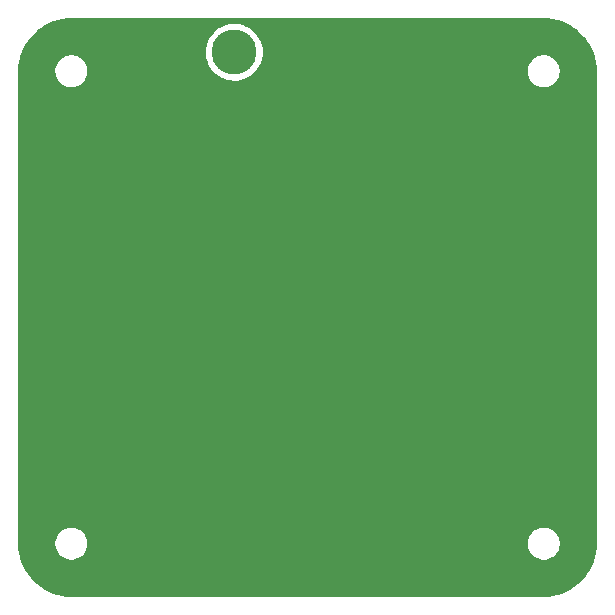
<source format=gbl>
G04 #@! TF.GenerationSoftware,KiCad,Pcbnew,8.0.1*
G04 #@! TF.CreationDate,2025-02-17T13:19:52+05:00*
G04 #@! TF.ProjectId,2s_power,32735f70-6f77-4657-922e-6b696361645f,rev?*
G04 #@! TF.SameCoordinates,Original*
G04 #@! TF.FileFunction,Copper,L2,Bot*
G04 #@! TF.FilePolarity,Positive*
%FSLAX46Y46*%
G04 Gerber Fmt 4.6, Leading zero omitted, Abs format (unit mm)*
G04 Created by KiCad (PCBNEW 8.0.1) date 2025-02-17 13:19:52*
%MOMM*%
%LPD*%
G01*
G04 APERTURE LIST*
G04 #@! TA.AperFunction,HeatsinkPad*
%ADD10C,0.500000*%
G04 #@! TD*
G04 #@! TA.AperFunction,HeatsinkPad*
%ADD11R,1.680000X1.680000*%
G04 #@! TD*
G04 #@! TA.AperFunction,ComponentPad*
%ADD12R,3.800000X3.800000*%
G04 #@! TD*
G04 #@! TA.AperFunction,ComponentPad*
%ADD13C,3.800000*%
G04 #@! TD*
G04 #@! TA.AperFunction,ViaPad*
%ADD14C,0.600000*%
G04 #@! TD*
G04 APERTURE END LIST*
D10*
X160785000Y-99027500D03*
X161965000Y-99027500D03*
D11*
X161375000Y-98437500D03*
D10*
X160785000Y-97847500D03*
X161965000Y-97847500D03*
D12*
X163800000Y-83400000D03*
D13*
X158800000Y-83400000D03*
D14*
X152120600Y-106781600D03*
X164475000Y-88425000D03*
X163225000Y-91425000D03*
X154660600Y-83921600D03*
X180901800Y-123048451D03*
X175600000Y-113850000D03*
X169900600Y-94081600D03*
X187680600Y-86461600D03*
X164820600Y-106781600D03*
X167950000Y-84425000D03*
X157200600Y-94081600D03*
X172440600Y-89001600D03*
X187680600Y-89001600D03*
X172440600Y-86461600D03*
X174175000Y-113850000D03*
X174980600Y-104241600D03*
X174980600Y-86461600D03*
X155001802Y-122292203D03*
X174980600Y-124561600D03*
X152120600Y-119481600D03*
X149580600Y-89001600D03*
X167360600Y-127101600D03*
X180851800Y-121848451D03*
X180060600Y-81381600D03*
X157825000Y-100575000D03*
X185140600Y-114401600D03*
X147040600Y-91541600D03*
X162280600Y-124561600D03*
X182600600Y-122021600D03*
X141960600Y-83921600D03*
X169900600Y-81381600D03*
X141960600Y-116941600D03*
X144500600Y-91541600D03*
X177520600Y-86461600D03*
X174980600Y-91541600D03*
X172950000Y-113850000D03*
X166400000Y-96700000D03*
X158675000Y-99750000D03*
X169900600Y-86461600D03*
X187680600Y-119481600D03*
X172440600Y-81381600D03*
X158650000Y-100600000D03*
X167360600Y-104241600D03*
X187680600Y-99161600D03*
X149580600Y-91541600D03*
X155350000Y-90200000D03*
X167360600Y-124561600D03*
X164775000Y-97450000D03*
X159740600Y-127101600D03*
X167225000Y-85675000D03*
X157875000Y-98875000D03*
X182600600Y-94081600D03*
X187680600Y-122021600D03*
X152120600Y-104241600D03*
X185140600Y-119481600D03*
X144500600Y-127101600D03*
X174980600Y-127101600D03*
X169900600Y-91541600D03*
X177520600Y-83921600D03*
X167625000Y-82275000D03*
X164820600Y-104241600D03*
X182600600Y-127101600D03*
X180060600Y-96621600D03*
X162280600Y-111861600D03*
X164425000Y-86900000D03*
X172440600Y-99161600D03*
X180060600Y-94081600D03*
X154226800Y-123679700D03*
X141960600Y-94081600D03*
X144500600Y-111861600D03*
X182600600Y-124561600D03*
X180060600Y-89001600D03*
X185140600Y-89001600D03*
X152120600Y-99161600D03*
X185140600Y-122021600D03*
X169900600Y-96621600D03*
X157200600Y-106781600D03*
X147040600Y-86461600D03*
X187680600Y-124561600D03*
X185140600Y-111861600D03*
X167113000Y-117098601D03*
X159740600Y-124561600D03*
X152120600Y-111861600D03*
X147040600Y-83921600D03*
X174980600Y-83921600D03*
X174980600Y-119481600D03*
X144500600Y-119481600D03*
X174980600Y-94081600D03*
X187680600Y-91541600D03*
X180060600Y-99161600D03*
X164820600Y-91541600D03*
X162280600Y-86461600D03*
X174980600Y-101701600D03*
X147040600Y-127101600D03*
X174851802Y-122317201D03*
X180060600Y-91541600D03*
X172440600Y-104241600D03*
X157200600Y-127101600D03*
X164900000Y-98475000D03*
X152120600Y-94081600D03*
X180060600Y-127101600D03*
X174980600Y-89001600D03*
X167360600Y-91541600D03*
X185140600Y-116941600D03*
X147040600Y-96621600D03*
X149580600Y-94081600D03*
X172440600Y-83921600D03*
X166650000Y-81000000D03*
X152120600Y-91541600D03*
X172440600Y-96621600D03*
X147040600Y-81381600D03*
X162280600Y-127101600D03*
X153501804Y-122292203D03*
X147040600Y-94081600D03*
X164820600Y-111861600D03*
X154660600Y-94081600D03*
X158700000Y-98900000D03*
X154660600Y-114401600D03*
X141960600Y-96621600D03*
X152120600Y-101701600D03*
X174980600Y-96621600D03*
X172440600Y-94081600D03*
X164820600Y-127101600D03*
X141960600Y-122021600D03*
X141960600Y-91541600D03*
X169900600Y-127101600D03*
X174980600Y-81381600D03*
X182600600Y-119481600D03*
X141960600Y-99161600D03*
X185140600Y-99161600D03*
X182600600Y-89001600D03*
X185140600Y-127101600D03*
X182600600Y-91541600D03*
X141960600Y-111861600D03*
X185140600Y-81381600D03*
X167360600Y-94081600D03*
X177520600Y-91541600D03*
X152120600Y-109321600D03*
X167360600Y-111861600D03*
X177520600Y-81381600D03*
X147040600Y-124561600D03*
X159740600Y-111861600D03*
X169900600Y-89001600D03*
X172440600Y-101701600D03*
X185140600Y-94081600D03*
X154660600Y-96621600D03*
X157200600Y-124561600D03*
X169900600Y-83921600D03*
X187680600Y-96621600D03*
X173351802Y-122317200D03*
X171286001Y-124357001D03*
X141960600Y-124561600D03*
X187680600Y-114401600D03*
X157850000Y-99775000D03*
X147040600Y-99161600D03*
X144500600Y-116941600D03*
X172440600Y-127101600D03*
X141960600Y-114401600D03*
X149580600Y-99161600D03*
X144500600Y-94081600D03*
X144500600Y-99161600D03*
X172440600Y-91541600D03*
X187680600Y-111861600D03*
X180060600Y-83921600D03*
X157200600Y-111861600D03*
X177520600Y-127101600D03*
X157200600Y-109321600D03*
X153226801Y-123779700D03*
X177520600Y-96621600D03*
X152120600Y-114401600D03*
X182600600Y-96621600D03*
X165817600Y-116895401D03*
X144500600Y-122021600D03*
X164820600Y-124561600D03*
X152120600Y-96621600D03*
X180060600Y-86461600D03*
X165675000Y-96675000D03*
X144500600Y-89001600D03*
X152120600Y-81381600D03*
X163250000Y-92200000D03*
X144500600Y-96621600D03*
X187680600Y-116941600D03*
X152120600Y-89001600D03*
X141960600Y-119481600D03*
X182600600Y-99161600D03*
X180060600Y-119481600D03*
X185140600Y-91541600D03*
X185140600Y-96621600D03*
X166475000Y-86575000D03*
X182600600Y-83921600D03*
X164250000Y-96550000D03*
X147040600Y-89001600D03*
X187680600Y-83921600D03*
X141960600Y-89001600D03*
X149580600Y-96621600D03*
X182600600Y-86461600D03*
X147040600Y-122021600D03*
X163875000Y-93550000D03*
X169786001Y-124357000D03*
X157200600Y-104241600D03*
X147040600Y-119481600D03*
X164550000Y-89900000D03*
X177520600Y-89001600D03*
X164820600Y-109321600D03*
X144500600Y-114401600D03*
X177520600Y-94081600D03*
X157200600Y-96621600D03*
X150925000Y-83125000D03*
X150125000Y-86475000D03*
X144500600Y-81381600D03*
X141960600Y-86461600D03*
X187680600Y-94081600D03*
X182600600Y-81381600D03*
G04 #@! TA.AperFunction,Conductor*
G36*
X185002702Y-80500617D02*
G01*
X185386771Y-80517386D01*
X185397506Y-80518326D01*
X185775971Y-80568152D01*
X185786597Y-80570025D01*
X186159284Y-80652648D01*
X186169710Y-80655442D01*
X186533765Y-80770227D01*
X186543911Y-80773920D01*
X186896578Y-80920000D01*
X186906369Y-80924566D01*
X187244942Y-81100816D01*
X187254310Y-81106224D01*
X187576244Y-81311318D01*
X187585105Y-81317523D01*
X187887930Y-81549889D01*
X187896217Y-81556843D01*
X188177635Y-81814715D01*
X188185284Y-81822364D01*
X188443156Y-82103782D01*
X188450110Y-82112069D01*
X188682476Y-82414894D01*
X188688681Y-82423755D01*
X188893775Y-82745689D01*
X188899183Y-82755057D01*
X189075430Y-83093623D01*
X189080002Y-83103427D01*
X189226075Y-83456078D01*
X189229775Y-83466244D01*
X189344554Y-83830278D01*
X189347354Y-83840727D01*
X189429971Y-84213389D01*
X189431849Y-84224042D01*
X189481671Y-84602473D01*
X189482614Y-84613249D01*
X189499382Y-84997297D01*
X189499500Y-85002706D01*
X189499500Y-124997293D01*
X189499382Y-125002702D01*
X189482614Y-125386750D01*
X189481671Y-125397526D01*
X189431849Y-125775957D01*
X189429971Y-125786610D01*
X189347354Y-126159272D01*
X189344554Y-126169721D01*
X189229775Y-126533755D01*
X189226075Y-126543921D01*
X189080002Y-126896572D01*
X189075430Y-126906376D01*
X188899183Y-127244942D01*
X188893775Y-127254310D01*
X188688681Y-127576244D01*
X188682476Y-127585105D01*
X188450110Y-127887930D01*
X188443156Y-127896217D01*
X188185284Y-128177635D01*
X188177635Y-128185284D01*
X187896217Y-128443156D01*
X187887930Y-128450110D01*
X187585105Y-128682476D01*
X187576244Y-128688681D01*
X187254310Y-128893775D01*
X187244942Y-128899183D01*
X186906376Y-129075430D01*
X186896572Y-129080002D01*
X186543921Y-129226075D01*
X186533755Y-129229775D01*
X186169721Y-129344554D01*
X186159272Y-129347354D01*
X185786610Y-129429971D01*
X185775957Y-129431849D01*
X185397526Y-129481671D01*
X185386750Y-129482614D01*
X185002703Y-129499382D01*
X184997294Y-129499500D01*
X145002706Y-129499500D01*
X144997297Y-129499382D01*
X144613249Y-129482614D01*
X144602473Y-129481671D01*
X144224042Y-129431849D01*
X144213389Y-129429971D01*
X143840727Y-129347354D01*
X143830278Y-129344554D01*
X143466244Y-129229775D01*
X143456078Y-129226075D01*
X143103427Y-129080002D01*
X143093623Y-129075430D01*
X142755057Y-128899183D01*
X142745689Y-128893775D01*
X142423755Y-128688681D01*
X142414894Y-128682476D01*
X142112069Y-128450110D01*
X142103782Y-128443156D01*
X141822364Y-128185284D01*
X141814715Y-128177635D01*
X141556843Y-127896217D01*
X141549889Y-127887930D01*
X141317523Y-127585105D01*
X141311318Y-127576244D01*
X141106224Y-127254310D01*
X141100816Y-127244942D01*
X140924569Y-126906376D01*
X140919997Y-126896572D01*
X140773924Y-126543921D01*
X140770224Y-126533755D01*
X140655442Y-126169710D01*
X140652648Y-126159284D01*
X140570025Y-125786597D01*
X140568152Y-125775971D01*
X140518326Y-125397506D01*
X140517386Y-125386771D01*
X140505140Y-125106287D01*
X143649500Y-125106287D01*
X143682754Y-125316243D01*
X143705663Y-125386750D01*
X143748444Y-125518414D01*
X143844951Y-125707820D01*
X143969890Y-125879786D01*
X144120213Y-126030109D01*
X144292179Y-126155048D01*
X144292181Y-126155049D01*
X144292184Y-126155051D01*
X144481588Y-126251557D01*
X144683757Y-126317246D01*
X144893713Y-126350500D01*
X144893714Y-126350500D01*
X145106286Y-126350500D01*
X145106287Y-126350500D01*
X145316243Y-126317246D01*
X145518412Y-126251557D01*
X145707816Y-126155051D01*
X145742637Y-126129752D01*
X145879786Y-126030109D01*
X145879788Y-126030106D01*
X145879792Y-126030104D01*
X146030104Y-125879792D01*
X146030106Y-125879788D01*
X146030109Y-125879786D01*
X146155048Y-125707820D01*
X146155047Y-125707820D01*
X146155051Y-125707816D01*
X146251557Y-125518412D01*
X146317246Y-125316243D01*
X146350500Y-125106287D01*
X183649500Y-125106287D01*
X183682754Y-125316243D01*
X183705663Y-125386750D01*
X183748444Y-125518414D01*
X183844951Y-125707820D01*
X183969890Y-125879786D01*
X184120213Y-126030109D01*
X184292179Y-126155048D01*
X184292181Y-126155049D01*
X184292184Y-126155051D01*
X184481588Y-126251557D01*
X184683757Y-126317246D01*
X184893713Y-126350500D01*
X184893714Y-126350500D01*
X185106286Y-126350500D01*
X185106287Y-126350500D01*
X185316243Y-126317246D01*
X185518412Y-126251557D01*
X185707816Y-126155051D01*
X185742637Y-126129752D01*
X185879786Y-126030109D01*
X185879788Y-126030106D01*
X185879792Y-126030104D01*
X186030104Y-125879792D01*
X186030106Y-125879788D01*
X186030109Y-125879786D01*
X186155048Y-125707820D01*
X186155047Y-125707820D01*
X186155051Y-125707816D01*
X186251557Y-125518412D01*
X186317246Y-125316243D01*
X186350500Y-125106287D01*
X186350500Y-124893713D01*
X186317246Y-124683757D01*
X186251557Y-124481588D01*
X186155051Y-124292184D01*
X186155049Y-124292181D01*
X186155048Y-124292179D01*
X186030109Y-124120213D01*
X185879786Y-123969890D01*
X185707820Y-123844951D01*
X185518414Y-123748444D01*
X185518413Y-123748443D01*
X185518412Y-123748443D01*
X185316243Y-123682754D01*
X185316241Y-123682753D01*
X185316240Y-123682753D01*
X185154957Y-123657208D01*
X185106287Y-123649500D01*
X184893713Y-123649500D01*
X184845042Y-123657208D01*
X184683760Y-123682753D01*
X184481585Y-123748444D01*
X184292179Y-123844951D01*
X184120213Y-123969890D01*
X183969890Y-124120213D01*
X183844951Y-124292179D01*
X183748444Y-124481585D01*
X183682753Y-124683760D01*
X183649500Y-124893713D01*
X183649500Y-125106287D01*
X146350500Y-125106287D01*
X146350500Y-124893713D01*
X146317246Y-124683757D01*
X146251557Y-124481588D01*
X146155051Y-124292184D01*
X146155049Y-124292181D01*
X146155048Y-124292179D01*
X146030109Y-124120213D01*
X145879786Y-123969890D01*
X145707820Y-123844951D01*
X145518414Y-123748444D01*
X145518413Y-123748443D01*
X145518412Y-123748443D01*
X145316243Y-123682754D01*
X145316241Y-123682753D01*
X145316240Y-123682753D01*
X145154957Y-123657208D01*
X145106287Y-123649500D01*
X144893713Y-123649500D01*
X144845042Y-123657208D01*
X144683760Y-123682753D01*
X144481585Y-123748444D01*
X144292179Y-123844951D01*
X144120213Y-123969890D01*
X143969890Y-124120213D01*
X143844951Y-124292179D01*
X143748444Y-124481585D01*
X143682753Y-124683760D01*
X143649500Y-124893713D01*
X143649500Y-125106287D01*
X140505140Y-125106287D01*
X140500618Y-125002702D01*
X140500500Y-124997293D01*
X140500500Y-85106286D01*
X143649500Y-85106286D01*
X143672781Y-85253280D01*
X143682754Y-85316243D01*
X143719981Y-85430816D01*
X143748444Y-85518414D01*
X143844951Y-85707820D01*
X143969890Y-85879786D01*
X144120213Y-86030109D01*
X144292179Y-86155048D01*
X144292181Y-86155049D01*
X144292184Y-86155051D01*
X144481588Y-86251557D01*
X144683757Y-86317246D01*
X144893713Y-86350500D01*
X144893714Y-86350500D01*
X145106286Y-86350500D01*
X145106287Y-86350500D01*
X145316243Y-86317246D01*
X145518412Y-86251557D01*
X145707816Y-86155051D01*
X145729789Y-86139086D01*
X145879786Y-86030109D01*
X145879788Y-86030106D01*
X145879792Y-86030104D01*
X146030104Y-85879792D01*
X146030106Y-85879788D01*
X146030109Y-85879786D01*
X146155048Y-85707820D01*
X146155047Y-85707820D01*
X146155051Y-85707816D01*
X146251557Y-85518412D01*
X146317246Y-85316243D01*
X146350500Y-85106287D01*
X146350500Y-84893713D01*
X146317246Y-84683757D01*
X146251557Y-84481588D01*
X146155051Y-84292184D01*
X146155049Y-84292181D01*
X146155048Y-84292179D01*
X146030109Y-84120213D01*
X145879786Y-83969890D01*
X145707820Y-83844951D01*
X145518414Y-83748444D01*
X145518413Y-83748443D01*
X145518412Y-83748443D01*
X145316243Y-83682754D01*
X145316241Y-83682753D01*
X145316240Y-83682753D01*
X145154957Y-83657208D01*
X145106287Y-83649500D01*
X144893713Y-83649500D01*
X144845042Y-83657208D01*
X144683760Y-83682753D01*
X144481585Y-83748444D01*
X144292179Y-83844951D01*
X144120213Y-83969890D01*
X143969890Y-84120213D01*
X143844951Y-84292179D01*
X143748444Y-84481585D01*
X143682753Y-84683760D01*
X143649500Y-84893713D01*
X143649500Y-85106286D01*
X140500500Y-85106286D01*
X140500500Y-85002706D01*
X140500618Y-84997297D01*
X140503377Y-84934108D01*
X140517386Y-84613226D01*
X140518326Y-84602495D01*
X140568152Y-84224025D01*
X140570025Y-84213405D01*
X140652649Y-83840709D01*
X140655440Y-83830295D01*
X140770230Y-83466227D01*
X140773917Y-83456095D01*
X140797150Y-83400005D01*
X156394754Y-83400005D01*
X156413718Y-83701446D01*
X156413719Y-83701453D01*
X156441093Y-83844951D01*
X156464927Y-83969896D01*
X156470320Y-83998164D01*
X156563659Y-84285431D01*
X156563661Y-84285436D01*
X156692265Y-84558732D01*
X156692268Y-84558738D01*
X156854111Y-84813763D01*
X156854114Y-84813767D01*
X156854115Y-84813768D01*
X157005943Y-84997297D01*
X157046652Y-85046505D01*
X157266836Y-85253272D01*
X157266846Y-85253280D01*
X157511193Y-85430808D01*
X157511198Y-85430810D01*
X157511205Y-85430816D01*
X157775896Y-85576332D01*
X157775901Y-85576334D01*
X157775903Y-85576335D01*
X157775904Y-85576336D01*
X158056734Y-85687524D01*
X158056737Y-85687525D01*
X158154259Y-85712564D01*
X158349302Y-85762642D01*
X158496039Y-85781179D01*
X158648963Y-85800499D01*
X158648969Y-85800499D01*
X158648973Y-85800500D01*
X158648975Y-85800500D01*
X158951025Y-85800500D01*
X158951027Y-85800500D01*
X158951032Y-85800499D01*
X158951036Y-85800499D01*
X159030591Y-85790448D01*
X159250698Y-85762642D01*
X159543262Y-85687525D01*
X159543265Y-85687524D01*
X159824095Y-85576336D01*
X159824096Y-85576335D01*
X159824094Y-85576335D01*
X159824104Y-85576332D01*
X160088795Y-85430816D01*
X160333162Y-85253274D01*
X160489688Y-85106286D01*
X183649500Y-85106286D01*
X183672781Y-85253280D01*
X183682754Y-85316243D01*
X183719981Y-85430816D01*
X183748444Y-85518414D01*
X183844951Y-85707820D01*
X183969890Y-85879786D01*
X184120213Y-86030109D01*
X184292179Y-86155048D01*
X184292181Y-86155049D01*
X184292184Y-86155051D01*
X184481588Y-86251557D01*
X184683757Y-86317246D01*
X184893713Y-86350500D01*
X184893714Y-86350500D01*
X185106286Y-86350500D01*
X185106287Y-86350500D01*
X185316243Y-86317246D01*
X185518412Y-86251557D01*
X185707816Y-86155051D01*
X185729789Y-86139086D01*
X185879786Y-86030109D01*
X185879788Y-86030106D01*
X185879792Y-86030104D01*
X186030104Y-85879792D01*
X186030106Y-85879788D01*
X186030109Y-85879786D01*
X186155048Y-85707820D01*
X186155047Y-85707820D01*
X186155051Y-85707816D01*
X186251557Y-85518412D01*
X186317246Y-85316243D01*
X186350500Y-85106287D01*
X186350500Y-84893713D01*
X186317246Y-84683757D01*
X186251557Y-84481588D01*
X186155051Y-84292184D01*
X186155049Y-84292181D01*
X186155048Y-84292179D01*
X186030109Y-84120213D01*
X185879786Y-83969890D01*
X185707820Y-83844951D01*
X185518414Y-83748444D01*
X185518413Y-83748443D01*
X185518412Y-83748443D01*
X185316243Y-83682754D01*
X185316241Y-83682753D01*
X185316240Y-83682753D01*
X185154957Y-83657208D01*
X185106287Y-83649500D01*
X184893713Y-83649500D01*
X184845042Y-83657208D01*
X184683760Y-83682753D01*
X184481585Y-83748444D01*
X184292179Y-83844951D01*
X184120213Y-83969890D01*
X183969890Y-84120213D01*
X183844951Y-84292179D01*
X183748444Y-84481585D01*
X183682753Y-84683760D01*
X183649500Y-84893713D01*
X183649500Y-85106286D01*
X160489688Y-85106286D01*
X160553349Y-85046504D01*
X160745885Y-84813768D01*
X160907733Y-84558736D01*
X161036341Y-84285430D01*
X161129681Y-83998160D01*
X161186280Y-83701457D01*
X161189549Y-83649500D01*
X161205246Y-83400005D01*
X161205246Y-83399994D01*
X161186281Y-83098553D01*
X161186280Y-83098546D01*
X161186280Y-83098543D01*
X161129681Y-82801840D01*
X161036341Y-82514570D01*
X160907733Y-82241264D01*
X160870103Y-82181969D01*
X160745888Y-81986236D01*
X160745885Y-81986232D01*
X160553349Y-81753496D01*
X160333162Y-81546726D01*
X160333159Y-81546724D01*
X160333153Y-81546719D01*
X160088806Y-81369191D01*
X160088799Y-81369186D01*
X160088795Y-81369184D01*
X159824104Y-81223668D01*
X159824101Y-81223666D01*
X159824096Y-81223664D01*
X159824095Y-81223663D01*
X159543265Y-81112475D01*
X159543262Y-81112474D01*
X159250695Y-81037357D01*
X158951036Y-80999500D01*
X158951027Y-80999500D01*
X158648973Y-80999500D01*
X158648963Y-80999500D01*
X158349304Y-81037357D01*
X158056737Y-81112474D01*
X158056734Y-81112475D01*
X157775904Y-81223663D01*
X157775903Y-81223664D01*
X157511205Y-81369184D01*
X157511193Y-81369191D01*
X157266846Y-81546719D01*
X157266836Y-81546727D01*
X157046652Y-81753494D01*
X156854111Y-81986236D01*
X156692268Y-82241261D01*
X156692265Y-82241267D01*
X156563661Y-82514563D01*
X156563659Y-82514568D01*
X156470320Y-82801835D01*
X156413719Y-83098546D01*
X156413718Y-83098553D01*
X156394754Y-83399994D01*
X156394754Y-83400005D01*
X140797150Y-83400005D01*
X140920003Y-83103412D01*
X140924561Y-83093638D01*
X141100822Y-82755045D01*
X141106217Y-82745700D01*
X141311325Y-82423744D01*
X141317515Y-82414905D01*
X141549896Y-82112060D01*
X141556834Y-82103791D01*
X141814726Y-81822352D01*
X141822352Y-81814726D01*
X142103791Y-81556834D01*
X142112060Y-81549896D01*
X142414905Y-81317515D01*
X142423744Y-81311325D01*
X142745700Y-81106217D01*
X142755045Y-81100822D01*
X143093638Y-80924561D01*
X143103412Y-80920003D01*
X143456095Y-80773917D01*
X143466227Y-80770230D01*
X143830295Y-80655440D01*
X143840709Y-80652649D01*
X144213405Y-80570025D01*
X144224025Y-80568152D01*
X144602495Y-80518326D01*
X144613226Y-80517386D01*
X144997297Y-80500617D01*
X145002706Y-80500500D01*
X145065892Y-80500500D01*
X184934108Y-80500500D01*
X184997294Y-80500500D01*
X185002702Y-80500617D01*
G37*
G04 #@! TD.AperFunction*
M02*

</source>
